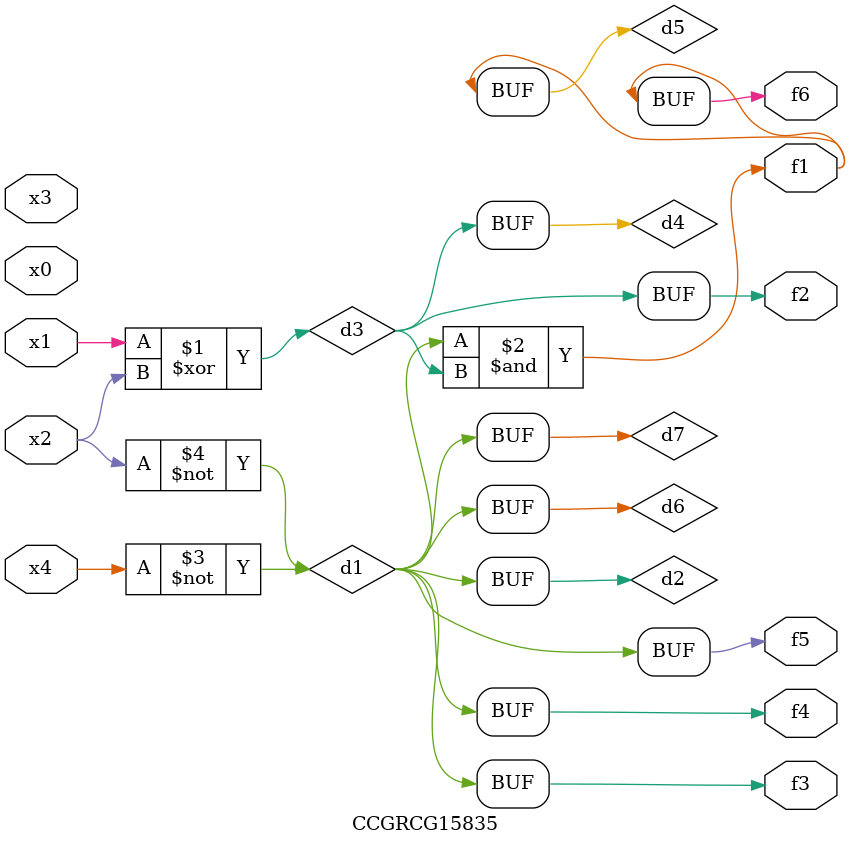
<source format=v>
module CCGRCG15835(
	input x0, x1, x2, x3, x4,
	output f1, f2, f3, f4, f5, f6
);

	wire d1, d2, d3, d4, d5, d6, d7;

	not (d1, x4);
	not (d2, x2);
	xor (d3, x1, x2);
	buf (d4, d3);
	and (d5, d1, d3);
	buf (d6, d1, d2);
	buf (d7, d2);
	assign f1 = d5;
	assign f2 = d4;
	assign f3 = d7;
	assign f4 = d7;
	assign f5 = d7;
	assign f6 = d5;
endmodule

</source>
